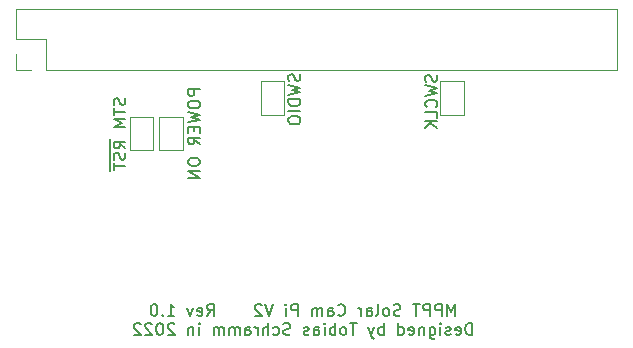
<source format=gbo>
%TF.GenerationSoftware,KiCad,Pcbnew,(6.0.5)*%
%TF.CreationDate,2022-05-29T19:21:05+02:00*%
%TF.ProjectId,SolarCamPiV2,536f6c61-7243-4616-9d50-6956322e6b69,rev?*%
%TF.SameCoordinates,Original*%
%TF.FileFunction,Legend,Bot*%
%TF.FilePolarity,Positive*%
%FSLAX46Y46*%
G04 Gerber Fmt 4.6, Leading zero omitted, Abs format (unit mm)*
G04 Created by KiCad (PCBNEW (6.0.5)) date 2022-05-29 19:21:05*
%MOMM*%
%LPD*%
G01*
G04 APERTURE LIST*
%ADD10C,0.150000*%
%ADD11C,0.120000*%
G04 APERTURE END LIST*
D10*
X131104761Y-106480952D02*
X131152380Y-106623809D01*
X131152380Y-106861904D01*
X131104761Y-106957142D01*
X131057142Y-107004761D01*
X130961904Y-107052380D01*
X130866666Y-107052380D01*
X130771428Y-107004761D01*
X130723809Y-106957142D01*
X130676190Y-106861904D01*
X130628571Y-106671428D01*
X130580952Y-106576190D01*
X130533333Y-106528571D01*
X130438095Y-106480952D01*
X130342857Y-106480952D01*
X130247619Y-106528571D01*
X130200000Y-106576190D01*
X130152380Y-106671428D01*
X130152380Y-106909523D01*
X130200000Y-107052380D01*
X130152380Y-107385714D02*
X131152380Y-107623809D01*
X130438095Y-107814285D01*
X131152380Y-108004761D01*
X130152380Y-108242857D01*
X131152380Y-108623809D02*
X130152380Y-108623809D01*
X130152380Y-108861904D01*
X130200000Y-109004761D01*
X130295238Y-109100000D01*
X130390476Y-109147619D01*
X130580952Y-109195238D01*
X130723809Y-109195238D01*
X130914285Y-109147619D01*
X131009523Y-109100000D01*
X131104761Y-109004761D01*
X131152380Y-108861904D01*
X131152380Y-108623809D01*
X131152380Y-109623809D02*
X130152380Y-109623809D01*
X130152380Y-110290476D02*
X130152380Y-110480952D01*
X130200000Y-110576190D01*
X130295238Y-110671428D01*
X130485714Y-110719047D01*
X130819047Y-110719047D01*
X131009523Y-110671428D01*
X131104761Y-110576190D01*
X131152380Y-110480952D01*
X131152380Y-110290476D01*
X131104761Y-110195238D01*
X131009523Y-110100000D01*
X130819047Y-110052380D01*
X130485714Y-110052380D01*
X130295238Y-110100000D01*
X130200000Y-110195238D01*
X130152380Y-110290476D01*
X116304761Y-108523809D02*
X116352380Y-108666666D01*
X116352380Y-108904761D01*
X116304761Y-109000000D01*
X116257142Y-109047619D01*
X116161904Y-109095238D01*
X116066666Y-109095238D01*
X115971428Y-109047619D01*
X115923809Y-109000000D01*
X115876190Y-108904761D01*
X115828571Y-108714285D01*
X115780952Y-108619047D01*
X115733333Y-108571428D01*
X115638095Y-108523809D01*
X115542857Y-108523809D01*
X115447619Y-108571428D01*
X115400000Y-108619047D01*
X115352380Y-108714285D01*
X115352380Y-108952380D01*
X115400000Y-109095238D01*
X115352380Y-109380952D02*
X115352380Y-109952380D01*
X116352380Y-109666666D02*
X115352380Y-109666666D01*
X116352380Y-110285714D02*
X115352380Y-110285714D01*
X116066666Y-110619047D01*
X115352380Y-110952380D01*
X116352380Y-110952380D01*
X115070000Y-111952380D02*
X115070000Y-112952380D01*
X116352380Y-112761904D02*
X115876190Y-112428571D01*
X116352380Y-112190476D02*
X115352380Y-112190476D01*
X115352380Y-112571428D01*
X115400000Y-112666666D01*
X115447619Y-112714285D01*
X115542857Y-112761904D01*
X115685714Y-112761904D01*
X115780952Y-112714285D01*
X115828571Y-112666666D01*
X115876190Y-112571428D01*
X115876190Y-112190476D01*
X115070000Y-112952380D02*
X115070000Y-113904761D01*
X116304761Y-113142857D02*
X116352380Y-113285714D01*
X116352380Y-113523809D01*
X116304761Y-113619047D01*
X116257142Y-113666666D01*
X116161904Y-113714285D01*
X116066666Y-113714285D01*
X115971428Y-113666666D01*
X115923809Y-113619047D01*
X115876190Y-113523809D01*
X115828571Y-113333333D01*
X115780952Y-113238095D01*
X115733333Y-113190476D01*
X115638095Y-113142857D01*
X115542857Y-113142857D01*
X115447619Y-113190476D01*
X115400000Y-113238095D01*
X115352380Y-113333333D01*
X115352380Y-113571428D01*
X115400000Y-113714285D01*
X115070000Y-113904761D02*
X115070000Y-114666666D01*
X115352380Y-114000000D02*
X115352380Y-114571428D01*
X116352380Y-114285714D02*
X115352380Y-114285714D01*
X122652380Y-107761904D02*
X121652380Y-107761904D01*
X121652380Y-108142857D01*
X121700000Y-108238095D01*
X121747619Y-108285714D01*
X121842857Y-108333333D01*
X121985714Y-108333333D01*
X122080952Y-108285714D01*
X122128571Y-108238095D01*
X122176190Y-108142857D01*
X122176190Y-107761904D01*
X121652380Y-108952380D02*
X121652380Y-109142857D01*
X121700000Y-109238095D01*
X121795238Y-109333333D01*
X121985714Y-109380952D01*
X122319047Y-109380952D01*
X122509523Y-109333333D01*
X122604761Y-109238095D01*
X122652380Y-109142857D01*
X122652380Y-108952380D01*
X122604761Y-108857142D01*
X122509523Y-108761904D01*
X122319047Y-108714285D01*
X121985714Y-108714285D01*
X121795238Y-108761904D01*
X121700000Y-108857142D01*
X121652380Y-108952380D01*
X121652380Y-109714285D02*
X122652380Y-109952380D01*
X121938095Y-110142857D01*
X122652380Y-110333333D01*
X121652380Y-110571428D01*
X122128571Y-110952380D02*
X122128571Y-111285714D01*
X122652380Y-111428571D02*
X122652380Y-110952380D01*
X121652380Y-110952380D01*
X121652380Y-111428571D01*
X122652380Y-112428571D02*
X122176190Y-112095238D01*
X122652380Y-111857142D02*
X121652380Y-111857142D01*
X121652380Y-112238095D01*
X121700000Y-112333333D01*
X121747619Y-112380952D01*
X121842857Y-112428571D01*
X121985714Y-112428571D01*
X122080952Y-112380952D01*
X122128571Y-112333333D01*
X122176190Y-112238095D01*
X122176190Y-111857142D01*
X121652380Y-113809523D02*
X121652380Y-114000000D01*
X121700000Y-114095238D01*
X121795238Y-114190476D01*
X121985714Y-114238095D01*
X122319047Y-114238095D01*
X122509523Y-114190476D01*
X122604761Y-114095238D01*
X122652380Y-114000000D01*
X122652380Y-113809523D01*
X122604761Y-113714285D01*
X122509523Y-113619047D01*
X122319047Y-113571428D01*
X121985714Y-113571428D01*
X121795238Y-113619047D01*
X121700000Y-113714285D01*
X121652380Y-113809523D01*
X122652380Y-114666666D02*
X121652380Y-114666666D01*
X122652380Y-115238095D01*
X121652380Y-115238095D01*
X142704761Y-106538095D02*
X142752380Y-106680952D01*
X142752380Y-106919047D01*
X142704761Y-107014285D01*
X142657142Y-107061904D01*
X142561904Y-107109523D01*
X142466666Y-107109523D01*
X142371428Y-107061904D01*
X142323809Y-107014285D01*
X142276190Y-106919047D01*
X142228571Y-106728571D01*
X142180952Y-106633333D01*
X142133333Y-106585714D01*
X142038095Y-106538095D01*
X141942857Y-106538095D01*
X141847619Y-106585714D01*
X141800000Y-106633333D01*
X141752380Y-106728571D01*
X141752380Y-106966666D01*
X141800000Y-107109523D01*
X141752380Y-107442857D02*
X142752380Y-107680952D01*
X142038095Y-107871428D01*
X142752380Y-108061904D01*
X141752380Y-108300000D01*
X142657142Y-109252380D02*
X142704761Y-109204761D01*
X142752380Y-109061904D01*
X142752380Y-108966666D01*
X142704761Y-108823809D01*
X142609523Y-108728571D01*
X142514285Y-108680952D01*
X142323809Y-108633333D01*
X142180952Y-108633333D01*
X141990476Y-108680952D01*
X141895238Y-108728571D01*
X141800000Y-108823809D01*
X141752380Y-108966666D01*
X141752380Y-109061904D01*
X141800000Y-109204761D01*
X141847619Y-109252380D01*
X142752380Y-110157142D02*
X142752380Y-109680952D01*
X141752380Y-109680952D01*
X142752380Y-110490476D02*
X141752380Y-110490476D01*
X142752380Y-111061904D02*
X142180952Y-110633333D01*
X141752380Y-111061904D02*
X142323809Y-110490476D01*
X144257142Y-126947380D02*
X144257142Y-125947380D01*
X143923809Y-126661666D01*
X143590476Y-125947380D01*
X143590476Y-126947380D01*
X143114285Y-126947380D02*
X143114285Y-125947380D01*
X142733333Y-125947380D01*
X142638095Y-125995000D01*
X142590476Y-126042619D01*
X142542857Y-126137857D01*
X142542857Y-126280714D01*
X142590476Y-126375952D01*
X142638095Y-126423571D01*
X142733333Y-126471190D01*
X143114285Y-126471190D01*
X142114285Y-126947380D02*
X142114285Y-125947380D01*
X141733333Y-125947380D01*
X141638095Y-125995000D01*
X141590476Y-126042619D01*
X141542857Y-126137857D01*
X141542857Y-126280714D01*
X141590476Y-126375952D01*
X141638095Y-126423571D01*
X141733333Y-126471190D01*
X142114285Y-126471190D01*
X141257142Y-125947380D02*
X140685714Y-125947380D01*
X140971428Y-126947380D02*
X140971428Y-125947380D01*
X139638095Y-126899761D02*
X139495238Y-126947380D01*
X139257142Y-126947380D01*
X139161904Y-126899761D01*
X139114285Y-126852142D01*
X139066666Y-126756904D01*
X139066666Y-126661666D01*
X139114285Y-126566428D01*
X139161904Y-126518809D01*
X139257142Y-126471190D01*
X139447619Y-126423571D01*
X139542857Y-126375952D01*
X139590476Y-126328333D01*
X139638095Y-126233095D01*
X139638095Y-126137857D01*
X139590476Y-126042619D01*
X139542857Y-125995000D01*
X139447619Y-125947380D01*
X139209523Y-125947380D01*
X139066666Y-125995000D01*
X138495238Y-126947380D02*
X138590476Y-126899761D01*
X138638095Y-126852142D01*
X138685714Y-126756904D01*
X138685714Y-126471190D01*
X138638095Y-126375952D01*
X138590476Y-126328333D01*
X138495238Y-126280714D01*
X138352380Y-126280714D01*
X138257142Y-126328333D01*
X138209523Y-126375952D01*
X138161904Y-126471190D01*
X138161904Y-126756904D01*
X138209523Y-126852142D01*
X138257142Y-126899761D01*
X138352380Y-126947380D01*
X138495238Y-126947380D01*
X137590476Y-126947380D02*
X137685714Y-126899761D01*
X137733333Y-126804523D01*
X137733333Y-125947380D01*
X136780952Y-126947380D02*
X136780952Y-126423571D01*
X136828571Y-126328333D01*
X136923809Y-126280714D01*
X137114285Y-126280714D01*
X137209523Y-126328333D01*
X136780952Y-126899761D02*
X136876190Y-126947380D01*
X137114285Y-126947380D01*
X137209523Y-126899761D01*
X137257142Y-126804523D01*
X137257142Y-126709285D01*
X137209523Y-126614047D01*
X137114285Y-126566428D01*
X136876190Y-126566428D01*
X136780952Y-126518809D01*
X136304761Y-126947380D02*
X136304761Y-126280714D01*
X136304761Y-126471190D02*
X136257142Y-126375952D01*
X136209523Y-126328333D01*
X136114285Y-126280714D01*
X136019047Y-126280714D01*
X134352380Y-126852142D02*
X134400000Y-126899761D01*
X134542857Y-126947380D01*
X134638095Y-126947380D01*
X134780952Y-126899761D01*
X134876190Y-126804523D01*
X134923809Y-126709285D01*
X134971428Y-126518809D01*
X134971428Y-126375952D01*
X134923809Y-126185476D01*
X134876190Y-126090238D01*
X134780952Y-125995000D01*
X134638095Y-125947380D01*
X134542857Y-125947380D01*
X134400000Y-125995000D01*
X134352380Y-126042619D01*
X133495238Y-126947380D02*
X133495238Y-126423571D01*
X133542857Y-126328333D01*
X133638095Y-126280714D01*
X133828571Y-126280714D01*
X133923809Y-126328333D01*
X133495238Y-126899761D02*
X133590476Y-126947380D01*
X133828571Y-126947380D01*
X133923809Y-126899761D01*
X133971428Y-126804523D01*
X133971428Y-126709285D01*
X133923809Y-126614047D01*
X133828571Y-126566428D01*
X133590476Y-126566428D01*
X133495238Y-126518809D01*
X133019047Y-126947380D02*
X133019047Y-126280714D01*
X133019047Y-126375952D02*
X132971428Y-126328333D01*
X132876190Y-126280714D01*
X132733333Y-126280714D01*
X132638095Y-126328333D01*
X132590476Y-126423571D01*
X132590476Y-126947380D01*
X132590476Y-126423571D02*
X132542857Y-126328333D01*
X132447619Y-126280714D01*
X132304761Y-126280714D01*
X132209523Y-126328333D01*
X132161904Y-126423571D01*
X132161904Y-126947380D01*
X130923809Y-126947380D02*
X130923809Y-125947380D01*
X130542857Y-125947380D01*
X130447619Y-125995000D01*
X130400000Y-126042619D01*
X130352380Y-126137857D01*
X130352380Y-126280714D01*
X130400000Y-126375952D01*
X130447619Y-126423571D01*
X130542857Y-126471190D01*
X130923809Y-126471190D01*
X129923809Y-126947380D02*
X129923809Y-126280714D01*
X129923809Y-125947380D02*
X129971428Y-125995000D01*
X129923809Y-126042619D01*
X129876190Y-125995000D01*
X129923809Y-125947380D01*
X129923809Y-126042619D01*
X128828571Y-125947380D02*
X128495238Y-126947380D01*
X128161904Y-125947380D01*
X127876190Y-126042619D02*
X127828571Y-125995000D01*
X127733333Y-125947380D01*
X127495238Y-125947380D01*
X127400000Y-125995000D01*
X127352380Y-126042619D01*
X127304761Y-126137857D01*
X127304761Y-126233095D01*
X127352380Y-126375952D01*
X127923809Y-126947380D01*
X127304761Y-126947380D01*
X123257142Y-126947380D02*
X123590476Y-126471190D01*
X123828571Y-126947380D02*
X123828571Y-125947380D01*
X123447619Y-125947380D01*
X123352380Y-125995000D01*
X123304761Y-126042619D01*
X123257142Y-126137857D01*
X123257142Y-126280714D01*
X123304761Y-126375952D01*
X123352380Y-126423571D01*
X123447619Y-126471190D01*
X123828571Y-126471190D01*
X122447619Y-126899761D02*
X122542857Y-126947380D01*
X122733333Y-126947380D01*
X122828571Y-126899761D01*
X122876190Y-126804523D01*
X122876190Y-126423571D01*
X122828571Y-126328333D01*
X122733333Y-126280714D01*
X122542857Y-126280714D01*
X122447619Y-126328333D01*
X122400000Y-126423571D01*
X122400000Y-126518809D01*
X122876190Y-126614047D01*
X122066666Y-126280714D02*
X121828571Y-126947380D01*
X121590476Y-126280714D01*
X119923809Y-126947380D02*
X120495238Y-126947380D01*
X120209523Y-126947380D02*
X120209523Y-125947380D01*
X120304761Y-126090238D01*
X120400000Y-126185476D01*
X120495238Y-126233095D01*
X119495238Y-126852142D02*
X119447619Y-126899761D01*
X119495238Y-126947380D01*
X119542857Y-126899761D01*
X119495238Y-126852142D01*
X119495238Y-126947380D01*
X118828571Y-125947380D02*
X118733333Y-125947380D01*
X118638095Y-125995000D01*
X118590476Y-126042619D01*
X118542857Y-126137857D01*
X118495238Y-126328333D01*
X118495238Y-126566428D01*
X118542857Y-126756904D01*
X118590476Y-126852142D01*
X118638095Y-126899761D01*
X118733333Y-126947380D01*
X118828571Y-126947380D01*
X118923809Y-126899761D01*
X118971428Y-126852142D01*
X119019047Y-126756904D01*
X119066666Y-126566428D01*
X119066666Y-126328333D01*
X119019047Y-126137857D01*
X118971428Y-126042619D01*
X118923809Y-125995000D01*
X118828571Y-125947380D01*
X145685714Y-128557380D02*
X145685714Y-127557380D01*
X145447619Y-127557380D01*
X145304761Y-127605000D01*
X145209523Y-127700238D01*
X145161904Y-127795476D01*
X145114285Y-127985952D01*
X145114285Y-128128809D01*
X145161904Y-128319285D01*
X145209523Y-128414523D01*
X145304761Y-128509761D01*
X145447619Y-128557380D01*
X145685714Y-128557380D01*
X144304761Y-128509761D02*
X144400000Y-128557380D01*
X144590476Y-128557380D01*
X144685714Y-128509761D01*
X144733333Y-128414523D01*
X144733333Y-128033571D01*
X144685714Y-127938333D01*
X144590476Y-127890714D01*
X144400000Y-127890714D01*
X144304761Y-127938333D01*
X144257142Y-128033571D01*
X144257142Y-128128809D01*
X144733333Y-128224047D01*
X143876190Y-128509761D02*
X143780952Y-128557380D01*
X143590476Y-128557380D01*
X143495238Y-128509761D01*
X143447619Y-128414523D01*
X143447619Y-128366904D01*
X143495238Y-128271666D01*
X143590476Y-128224047D01*
X143733333Y-128224047D01*
X143828571Y-128176428D01*
X143876190Y-128081190D01*
X143876190Y-128033571D01*
X143828571Y-127938333D01*
X143733333Y-127890714D01*
X143590476Y-127890714D01*
X143495238Y-127938333D01*
X143019047Y-128557380D02*
X143019047Y-127890714D01*
X143019047Y-127557380D02*
X143066666Y-127605000D01*
X143019047Y-127652619D01*
X142971428Y-127605000D01*
X143019047Y-127557380D01*
X143019047Y-127652619D01*
X142114285Y-127890714D02*
X142114285Y-128700238D01*
X142161904Y-128795476D01*
X142209523Y-128843095D01*
X142304761Y-128890714D01*
X142447619Y-128890714D01*
X142542857Y-128843095D01*
X142114285Y-128509761D02*
X142209523Y-128557380D01*
X142400000Y-128557380D01*
X142495238Y-128509761D01*
X142542857Y-128462142D01*
X142590476Y-128366904D01*
X142590476Y-128081190D01*
X142542857Y-127985952D01*
X142495238Y-127938333D01*
X142400000Y-127890714D01*
X142209523Y-127890714D01*
X142114285Y-127938333D01*
X141638095Y-127890714D02*
X141638095Y-128557380D01*
X141638095Y-127985952D02*
X141590476Y-127938333D01*
X141495238Y-127890714D01*
X141352380Y-127890714D01*
X141257142Y-127938333D01*
X141209523Y-128033571D01*
X141209523Y-128557380D01*
X140352380Y-128509761D02*
X140447619Y-128557380D01*
X140638095Y-128557380D01*
X140733333Y-128509761D01*
X140780952Y-128414523D01*
X140780952Y-128033571D01*
X140733333Y-127938333D01*
X140638095Y-127890714D01*
X140447619Y-127890714D01*
X140352380Y-127938333D01*
X140304761Y-128033571D01*
X140304761Y-128128809D01*
X140780952Y-128224047D01*
X139447619Y-128557380D02*
X139447619Y-127557380D01*
X139447619Y-128509761D02*
X139542857Y-128557380D01*
X139733333Y-128557380D01*
X139828571Y-128509761D01*
X139876190Y-128462142D01*
X139923809Y-128366904D01*
X139923809Y-128081190D01*
X139876190Y-127985952D01*
X139828571Y-127938333D01*
X139733333Y-127890714D01*
X139542857Y-127890714D01*
X139447619Y-127938333D01*
X138209523Y-128557380D02*
X138209523Y-127557380D01*
X138209523Y-127938333D02*
X138114285Y-127890714D01*
X137923809Y-127890714D01*
X137828571Y-127938333D01*
X137780952Y-127985952D01*
X137733333Y-128081190D01*
X137733333Y-128366904D01*
X137780952Y-128462142D01*
X137828571Y-128509761D01*
X137923809Y-128557380D01*
X138114285Y-128557380D01*
X138209523Y-128509761D01*
X137400000Y-127890714D02*
X137161904Y-128557380D01*
X136923809Y-127890714D02*
X137161904Y-128557380D01*
X137257142Y-128795476D01*
X137304761Y-128843095D01*
X137400000Y-128890714D01*
X135923809Y-127557380D02*
X135352380Y-127557380D01*
X135638095Y-128557380D02*
X135638095Y-127557380D01*
X134876190Y-128557380D02*
X134971428Y-128509761D01*
X135019047Y-128462142D01*
X135066666Y-128366904D01*
X135066666Y-128081190D01*
X135019047Y-127985952D01*
X134971428Y-127938333D01*
X134876190Y-127890714D01*
X134733333Y-127890714D01*
X134638095Y-127938333D01*
X134590476Y-127985952D01*
X134542857Y-128081190D01*
X134542857Y-128366904D01*
X134590476Y-128462142D01*
X134638095Y-128509761D01*
X134733333Y-128557380D01*
X134876190Y-128557380D01*
X134114285Y-128557380D02*
X134114285Y-127557380D01*
X134114285Y-127938333D02*
X134019047Y-127890714D01*
X133828571Y-127890714D01*
X133733333Y-127938333D01*
X133685714Y-127985952D01*
X133638095Y-128081190D01*
X133638095Y-128366904D01*
X133685714Y-128462142D01*
X133733333Y-128509761D01*
X133828571Y-128557380D01*
X134019047Y-128557380D01*
X134114285Y-128509761D01*
X133209523Y-128557380D02*
X133209523Y-127890714D01*
X133209523Y-127557380D02*
X133257142Y-127605000D01*
X133209523Y-127652619D01*
X133161904Y-127605000D01*
X133209523Y-127557380D01*
X133209523Y-127652619D01*
X132304761Y-128557380D02*
X132304761Y-128033571D01*
X132352380Y-127938333D01*
X132447619Y-127890714D01*
X132638095Y-127890714D01*
X132733333Y-127938333D01*
X132304761Y-128509761D02*
X132400000Y-128557380D01*
X132638095Y-128557380D01*
X132733333Y-128509761D01*
X132780952Y-128414523D01*
X132780952Y-128319285D01*
X132733333Y-128224047D01*
X132638095Y-128176428D01*
X132400000Y-128176428D01*
X132304761Y-128128809D01*
X131876190Y-128509761D02*
X131780952Y-128557380D01*
X131590476Y-128557380D01*
X131495238Y-128509761D01*
X131447619Y-128414523D01*
X131447619Y-128366904D01*
X131495238Y-128271666D01*
X131590476Y-128224047D01*
X131733333Y-128224047D01*
X131828571Y-128176428D01*
X131876190Y-128081190D01*
X131876190Y-128033571D01*
X131828571Y-127938333D01*
X131733333Y-127890714D01*
X131590476Y-127890714D01*
X131495238Y-127938333D01*
X130304761Y-128509761D02*
X130161904Y-128557380D01*
X129923809Y-128557380D01*
X129828571Y-128509761D01*
X129780952Y-128462142D01*
X129733333Y-128366904D01*
X129733333Y-128271666D01*
X129780952Y-128176428D01*
X129828571Y-128128809D01*
X129923809Y-128081190D01*
X130114285Y-128033571D01*
X130209523Y-127985952D01*
X130257142Y-127938333D01*
X130304761Y-127843095D01*
X130304761Y-127747857D01*
X130257142Y-127652619D01*
X130209523Y-127605000D01*
X130114285Y-127557380D01*
X129876190Y-127557380D01*
X129733333Y-127605000D01*
X128876190Y-128509761D02*
X128971428Y-128557380D01*
X129161904Y-128557380D01*
X129257142Y-128509761D01*
X129304761Y-128462142D01*
X129352380Y-128366904D01*
X129352380Y-128081190D01*
X129304761Y-127985952D01*
X129257142Y-127938333D01*
X129161904Y-127890714D01*
X128971428Y-127890714D01*
X128876190Y-127938333D01*
X128447619Y-128557380D02*
X128447619Y-127557380D01*
X128019047Y-128557380D02*
X128019047Y-128033571D01*
X128066666Y-127938333D01*
X128161904Y-127890714D01*
X128304761Y-127890714D01*
X128400000Y-127938333D01*
X128447619Y-127985952D01*
X127542857Y-128557380D02*
X127542857Y-127890714D01*
X127542857Y-128081190D02*
X127495238Y-127985952D01*
X127447619Y-127938333D01*
X127352380Y-127890714D01*
X127257142Y-127890714D01*
X126495238Y-128557380D02*
X126495238Y-128033571D01*
X126542857Y-127938333D01*
X126638095Y-127890714D01*
X126828571Y-127890714D01*
X126923809Y-127938333D01*
X126495238Y-128509761D02*
X126590476Y-128557380D01*
X126828571Y-128557380D01*
X126923809Y-128509761D01*
X126971428Y-128414523D01*
X126971428Y-128319285D01*
X126923809Y-128224047D01*
X126828571Y-128176428D01*
X126590476Y-128176428D01*
X126495238Y-128128809D01*
X126019047Y-128557380D02*
X126019047Y-127890714D01*
X126019047Y-127985952D02*
X125971428Y-127938333D01*
X125876190Y-127890714D01*
X125733333Y-127890714D01*
X125638095Y-127938333D01*
X125590476Y-128033571D01*
X125590476Y-128557380D01*
X125590476Y-128033571D02*
X125542857Y-127938333D01*
X125447619Y-127890714D01*
X125304761Y-127890714D01*
X125209523Y-127938333D01*
X125161904Y-128033571D01*
X125161904Y-128557380D01*
X124685714Y-128557380D02*
X124685714Y-127890714D01*
X124685714Y-127985952D02*
X124638095Y-127938333D01*
X124542857Y-127890714D01*
X124400000Y-127890714D01*
X124304761Y-127938333D01*
X124257142Y-128033571D01*
X124257142Y-128557380D01*
X124257142Y-128033571D02*
X124209523Y-127938333D01*
X124114285Y-127890714D01*
X123971428Y-127890714D01*
X123876190Y-127938333D01*
X123828571Y-128033571D01*
X123828571Y-128557380D01*
X122590476Y-128557380D02*
X122590476Y-127890714D01*
X122590476Y-127557380D02*
X122638095Y-127605000D01*
X122590476Y-127652619D01*
X122542857Y-127605000D01*
X122590476Y-127557380D01*
X122590476Y-127652619D01*
X122114285Y-127890714D02*
X122114285Y-128557380D01*
X122114285Y-127985952D02*
X122066666Y-127938333D01*
X121971428Y-127890714D01*
X121828571Y-127890714D01*
X121733333Y-127938333D01*
X121685714Y-128033571D01*
X121685714Y-128557380D01*
X120495238Y-127652619D02*
X120447619Y-127605000D01*
X120352380Y-127557380D01*
X120114285Y-127557380D01*
X120019047Y-127605000D01*
X119971428Y-127652619D01*
X119923809Y-127747857D01*
X119923809Y-127843095D01*
X119971428Y-127985952D01*
X120542857Y-128557380D01*
X119923809Y-128557380D01*
X119304761Y-127557380D02*
X119209523Y-127557380D01*
X119114285Y-127605000D01*
X119066666Y-127652619D01*
X119019047Y-127747857D01*
X118971428Y-127938333D01*
X118971428Y-128176428D01*
X119019047Y-128366904D01*
X119066666Y-128462142D01*
X119114285Y-128509761D01*
X119209523Y-128557380D01*
X119304761Y-128557380D01*
X119400000Y-128509761D01*
X119447619Y-128462142D01*
X119495238Y-128366904D01*
X119542857Y-128176428D01*
X119542857Y-127938333D01*
X119495238Y-127747857D01*
X119447619Y-127652619D01*
X119400000Y-127605000D01*
X119304761Y-127557380D01*
X118590476Y-127652619D02*
X118542857Y-127605000D01*
X118447619Y-127557380D01*
X118209523Y-127557380D01*
X118114285Y-127605000D01*
X118066666Y-127652619D01*
X118019047Y-127747857D01*
X118019047Y-127843095D01*
X118066666Y-127985952D01*
X118638095Y-128557380D01*
X118019047Y-128557380D01*
X117638095Y-127652619D02*
X117590476Y-127605000D01*
X117495238Y-127557380D01*
X117257142Y-127557380D01*
X117161904Y-127605000D01*
X117114285Y-127652619D01*
X117066666Y-127747857D01*
X117066666Y-127843095D01*
X117114285Y-127985952D01*
X117685714Y-128557380D01*
X117066666Y-128557380D01*
D11*
%TO.C,JP2*%
X116725000Y-110125000D02*
X116725000Y-112925000D01*
X118725000Y-110125000D02*
X116725000Y-110125000D01*
X116725000Y-112925000D02*
X118725000Y-112925000D01*
X118725000Y-112925000D02*
X118725000Y-110125000D01*
%TO.C,J2*%
X107070000Y-104800000D02*
X107070000Y-106130000D01*
X107070000Y-100930000D02*
X157990000Y-100930000D01*
X107070000Y-100930000D02*
X107070000Y-103530000D01*
X157990000Y-100930000D02*
X157990000Y-106130000D01*
X107070000Y-106130000D02*
X108400000Y-106130000D01*
X107070000Y-103530000D02*
X109670000Y-103530000D01*
X109670000Y-106130000D02*
X157990000Y-106130000D01*
X109670000Y-103530000D02*
X109670000Y-106130000D01*
%TO.C,JP5*%
X143000000Y-107100000D02*
X143000000Y-109900000D01*
X145000000Y-107100000D02*
X143000000Y-107100000D01*
X143000000Y-109900000D02*
X145000000Y-109900000D01*
X145000000Y-109900000D02*
X145000000Y-107100000D01*
%TO.C,JP3*%
X119225000Y-110125000D02*
X119225000Y-112925000D01*
X119225000Y-112925000D02*
X121225000Y-112925000D01*
X121225000Y-110125000D02*
X119225000Y-110125000D01*
X121225000Y-112925000D02*
X121225000Y-110125000D01*
%TO.C,JP6*%
X129800000Y-107100000D02*
X127800000Y-107100000D01*
X129800000Y-109900000D02*
X129800000Y-107100000D01*
X127800000Y-109900000D02*
X129800000Y-109900000D01*
X127800000Y-107100000D02*
X127800000Y-109900000D01*
%TD*%
M02*

</source>
